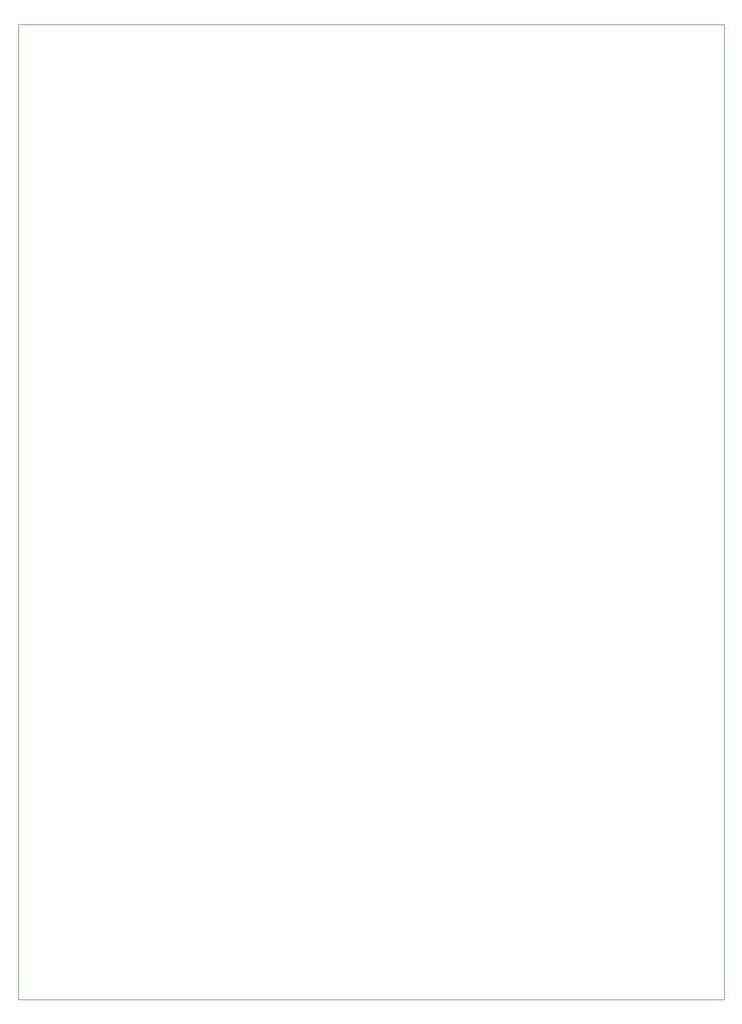
<source format=gm1>
G04 #@! TF.GenerationSoftware,KiCad,Pcbnew,(6.0.5)*
G04 #@! TF.CreationDate,2023-08-20T19:56:39-04:00*
G04 #@! TF.ProjectId,Kicadproject,4b696361-6470-4726-9f6a-6563742e6b69,rev?*
G04 #@! TF.SameCoordinates,Original*
G04 #@! TF.FileFunction,Profile,NP*
%FSLAX46Y46*%
G04 Gerber Fmt 4.6, Leading zero omitted, Abs format (unit mm)*
G04 Created by KiCad (PCBNEW (6.0.5)) date 2023-08-20 19:56:39*
%MOMM*%
%LPD*%
G01*
G04 APERTURE LIST*
G04 #@! TA.AperFunction,Profile*
%ADD10C,0.100000*%
G04 #@! TD*
G04 APERTURE END LIST*
D10*
X53960000Y-38370000D02*
X151780000Y-38370000D01*
X151780000Y-38370000D02*
X151780000Y-173355000D01*
X151780000Y-173355000D02*
X53960000Y-173355000D01*
X53960000Y-173355000D02*
X53960000Y-38370000D01*
M02*

</source>
